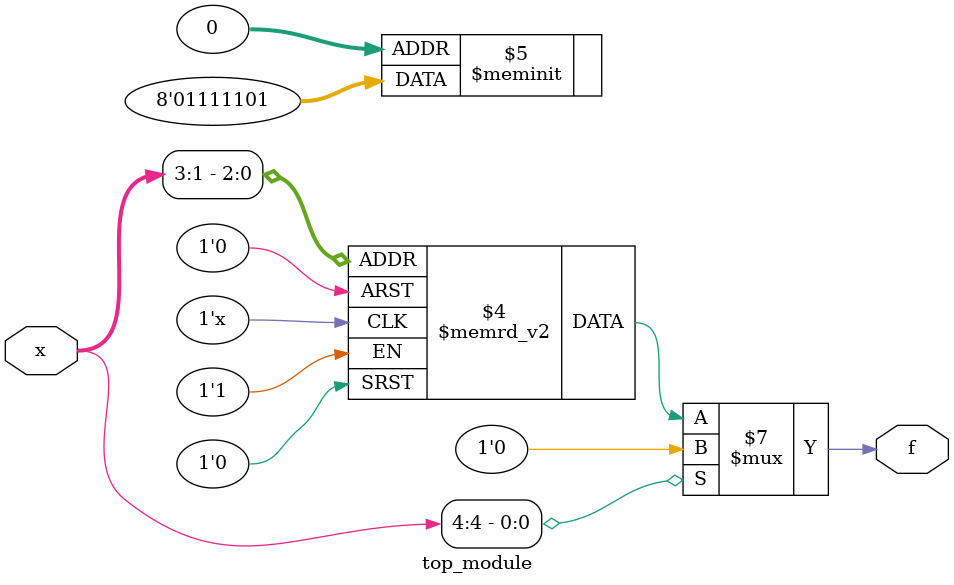
<source format=sv>
module top_module (
	input [4:1] x,
	output logic f
);

always_comb begin
	case(x)
		4'b0000: f = 1;
		4'b0001: f = 0;
		4'b0011: f = 1;
		4'b0010: f = 1;
		4'b0110: f = 1;
		4'b0101: f = 1;
		4'b0111: f = 0;
		4'b0100: f = 1;
		default: f = 0;
	endcase
end

endmodule

</source>
